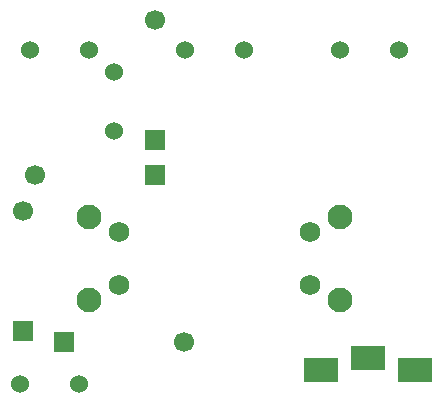
<source format=gbr>
%TF.GenerationSoftware,KiCad,Pcbnew,4.0.3-stable*%
%TF.CreationDate,2016-08-24T18:09:45+01:00*%
%TF.ProjectId,ControlesVolante,436F6E74726F6C6573566F6C616E7465,rev?*%
%TF.FileFunction,Soldermask,Top*%
%FSLAX46Y46*%
G04 Gerber Fmt 4.6, Leading zero omitted, Abs format (unit mm)*
G04 Created by KiCad (PCBNEW 4.0.3-stable) date Wed Aug 24 18:09:45 2016*
%MOMM*%
%LPD*%
G01*
G04 APERTURE LIST*
%ADD10C,0.100000*%
%ADD11R,3.000000X2.000000*%
%ADD12C,1.699260*%
%ADD13R,1.699260X1.699260*%
%ADD14C,1.524000*%
%ADD15C,2.100000*%
%ADD16C,1.750000*%
G04 APERTURE END LIST*
D10*
D11*
X194610000Y-117700000D03*
X186610000Y-117700000D03*
X190610000Y-116700000D03*
D12*
X161407460Y-104239480D03*
D13*
X161407460Y-114399480D03*
D12*
X175070520Y-115297460D03*
D13*
X164910520Y-115297460D03*
D12*
X172607460Y-88039480D03*
D13*
X172607460Y-98199480D03*
D12*
X162449480Y-101202540D03*
D13*
X172609480Y-101202540D03*
D14*
X175110000Y-90600000D03*
X180110000Y-90600000D03*
D15*
X188200000Y-104740000D03*
D16*
X185710000Y-106000000D03*
X185710000Y-110500000D03*
D15*
X188200000Y-111750000D03*
D14*
X193210000Y-90600000D03*
X188210000Y-90600000D03*
X167010000Y-90600000D03*
X162010000Y-90600000D03*
X166110000Y-118900000D03*
X161110000Y-118900000D03*
X169110000Y-97450000D03*
X169110000Y-92450000D03*
D15*
X167020000Y-111760000D03*
D16*
X169510000Y-110500000D03*
X169510000Y-106000000D03*
D15*
X167020000Y-104750000D03*
M02*

</source>
